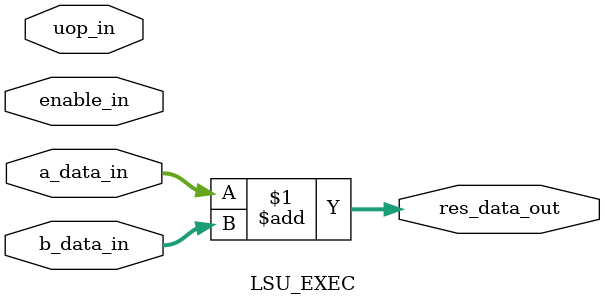
<source format=v>



module LSU_EXEC(
  // Enable signal input
  input enable_in,

  // Input for uOP bus
  input [3:0] uop_in,

  // A and B bus input
  input [31:0] a_data_in,
  input [31:0] b_data_in,

  // Result output data
  output [31:0] res_data_out
);

//===============================================
// MICRO OPCODES DEFINITION
//===============================================
// 4'b0000:
// 4'b0001: LB
// 4'b0010: LH
// 4'b0011: LW
// 4'b0101: LBU
// 4'b0110: LHU
// 4'b1001: SB
// 4'b1010: SH
// 4'b1100: SW
//===============================================


// Effective address calculation
// A bus takes data from base register
// B bus takes data from immediate number generation
assign res_data_out = a_data_in + b_data_in;



endmodule

</source>
